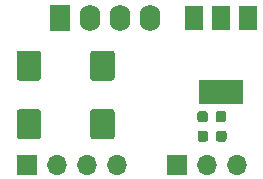
<source format=gbr>
%TF.GenerationSoftware,KiCad,Pcbnew,(5.1.10)-1*%
%TF.CreationDate,2022-01-17T16:40:02+07:00*%
%TF.ProjectId,DC5V_DC5V3V3,44433556-5f44-4433-9556-3356332e6b69,rev?*%
%TF.SameCoordinates,Original*%
%TF.FileFunction,Soldermask,Top*%
%TF.FilePolarity,Negative*%
%FSLAX46Y46*%
G04 Gerber Fmt 4.6, Leading zero omitted, Abs format (unit mm)*
G04 Created by KiCad (PCBNEW (5.1.10)-1) date 2022-01-17 16:40:02*
%MOMM*%
%LPD*%
G01*
G04 APERTURE LIST*
%ADD10O,1.700000X1.700000*%
%ADD11R,1.700000X1.700000*%
%ADD12R,1.500000X2.000000*%
%ADD13R,3.800000X2.000000*%
%ADD14R,1.750000X2.250000*%
%ADD15O,1.750000X2.250000*%
G04 APERTURE END LIST*
D10*
%TO.C,J2*%
X108382000Y-98603000D03*
X105842000Y-98603000D03*
D11*
X103302000Y-98603000D03*
%TD*%
D10*
%TO.C,J1*%
X98222000Y-98603000D03*
X95682000Y-98603000D03*
X93142000Y-98603000D03*
D11*
X90602000Y-98603000D03*
%TD*%
D12*
%TO.C,U1*%
X109271000Y-86157000D03*
X104671000Y-86157000D03*
X106971000Y-86157000D03*
D13*
X106971000Y-92457000D03*
%TD*%
D14*
%TO.C,PS1*%
X93396000Y-86157000D03*
D15*
X95936000Y-86157000D03*
X98476000Y-86157000D03*
X101016000Y-86157000D03*
%TD*%
%TO.C,C16*%
G36*
G01*
X106561000Y-96440000D02*
X106561000Y-95940000D01*
G75*
G02*
X106786000Y-95715000I225000J0D01*
G01*
X107236000Y-95715000D01*
G75*
G02*
X107461000Y-95940000I0J-225000D01*
G01*
X107461000Y-96440000D01*
G75*
G02*
X107236000Y-96665000I-225000J0D01*
G01*
X106786000Y-96665000D01*
G75*
G02*
X106561000Y-96440000I0J225000D01*
G01*
G37*
G36*
G01*
X105011000Y-96440000D02*
X105011000Y-95940000D01*
G75*
G02*
X105236000Y-95715000I225000J0D01*
G01*
X105686000Y-95715000D01*
G75*
G02*
X105911000Y-95940000I0J-225000D01*
G01*
X105911000Y-96440000D01*
G75*
G02*
X105686000Y-96665000I-225000J0D01*
G01*
X105236000Y-96665000D01*
G75*
G02*
X105011000Y-96440000I0J225000D01*
G01*
G37*
%TD*%
%TO.C,C15*%
G36*
G01*
X106535000Y-94789000D02*
X106535000Y-94289000D01*
G75*
G02*
X106760000Y-94064000I225000J0D01*
G01*
X107210000Y-94064000D01*
G75*
G02*
X107435000Y-94289000I0J-225000D01*
G01*
X107435000Y-94789000D01*
G75*
G02*
X107210000Y-95014000I-225000J0D01*
G01*
X106760000Y-95014000D01*
G75*
G02*
X106535000Y-94789000I0J225000D01*
G01*
G37*
G36*
G01*
X104985000Y-94789000D02*
X104985000Y-94289000D01*
G75*
G02*
X105210000Y-94064000I225000J0D01*
G01*
X105660000Y-94064000D01*
G75*
G02*
X105885000Y-94289000I0J-225000D01*
G01*
X105885000Y-94789000D01*
G75*
G02*
X105660000Y-95014000I-225000J0D01*
G01*
X105210000Y-95014000D01*
G75*
G02*
X104985000Y-94789000I0J225000D01*
G01*
G37*
%TD*%
%TO.C,C8*%
G36*
G01*
X95914500Y-96199000D02*
X95914500Y-94149000D01*
G75*
G02*
X96164500Y-93899000I250000J0D01*
G01*
X97739500Y-93899000D01*
G75*
G02*
X97989500Y-94149000I0J-250000D01*
G01*
X97989500Y-96199000D01*
G75*
G02*
X97739500Y-96449000I-250000J0D01*
G01*
X96164500Y-96449000D01*
G75*
G02*
X95914500Y-96199000I0J250000D01*
G01*
G37*
G36*
G01*
X89689500Y-96199000D02*
X89689500Y-94149000D01*
G75*
G02*
X89939500Y-93899000I250000J0D01*
G01*
X91514500Y-93899000D01*
G75*
G02*
X91764500Y-94149000I0J-250000D01*
G01*
X91764500Y-96199000D01*
G75*
G02*
X91514500Y-96449000I-250000J0D01*
G01*
X89939500Y-96449000D01*
G75*
G02*
X89689500Y-96199000I0J250000D01*
G01*
G37*
%TD*%
%TO.C,C7*%
G36*
G01*
X95916500Y-91246000D02*
X95916500Y-89196000D01*
G75*
G02*
X96166500Y-88946000I250000J0D01*
G01*
X97741500Y-88946000D01*
G75*
G02*
X97991500Y-89196000I0J-250000D01*
G01*
X97991500Y-91246000D01*
G75*
G02*
X97741500Y-91496000I-250000J0D01*
G01*
X96166500Y-91496000D01*
G75*
G02*
X95916500Y-91246000I0J250000D01*
G01*
G37*
G36*
G01*
X89691500Y-91246000D02*
X89691500Y-89196000D01*
G75*
G02*
X89941500Y-88946000I250000J0D01*
G01*
X91516500Y-88946000D01*
G75*
G02*
X91766500Y-89196000I0J-250000D01*
G01*
X91766500Y-91246000D01*
G75*
G02*
X91516500Y-91496000I-250000J0D01*
G01*
X89941500Y-91496000D01*
G75*
G02*
X89691500Y-91246000I0J250000D01*
G01*
G37*
%TD*%
M02*

</source>
